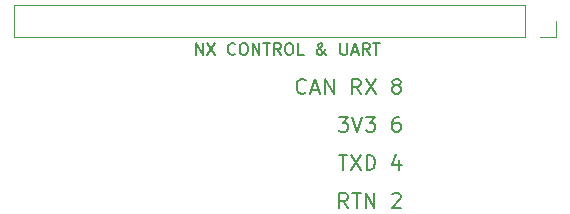
<source format=gbr>
%TF.GenerationSoftware,KiCad,Pcbnew,8.0.4-8.0.4-0~ubuntu22.04.1*%
%TF.CreationDate,2024-08-16T20:42:53-07:00*%
%TF.ProjectId,NX-ButtonInterface,4e582d42-7574-4746-9f6e-496e74657266,1*%
%TF.SameCoordinates,Original*%
%TF.FileFunction,Legend,Top*%
%TF.FilePolarity,Positive*%
%FSLAX46Y46*%
G04 Gerber Fmt 4.6, Leading zero omitted, Abs format (unit mm)*
G04 Created by KiCad (PCBNEW 8.0.4-8.0.4-0~ubuntu22.04.1) date 2024-08-16 20:42:53*
%MOMM*%
%LPD*%
G01*
G04 APERTURE LIST*
%ADD10C,0.177800*%
%ADD11C,0.150000*%
%ADD12C,0.120000*%
G04 APERTURE END LIST*
D10*
X112880877Y-104294946D02*
X113606591Y-104294946D01*
X113243734Y-105564946D02*
X113243734Y-104294946D01*
X113908972Y-104294946D02*
X114755639Y-105564946D01*
X114755639Y-104294946D02*
X113908972Y-105564946D01*
X115239448Y-105564946D02*
X115239448Y-104294946D01*
X115239448Y-104294946D02*
X115541829Y-104294946D01*
X115541829Y-104294946D02*
X115723258Y-104355422D01*
X115723258Y-104355422D02*
X115844210Y-104476374D01*
X115844210Y-104476374D02*
X115904687Y-104597327D01*
X115904687Y-104597327D02*
X115965163Y-104839231D01*
X115965163Y-104839231D02*
X115965163Y-105020660D01*
X115965163Y-105020660D02*
X115904687Y-105262565D01*
X115904687Y-105262565D02*
X115844210Y-105383517D01*
X115844210Y-105383517D02*
X115723258Y-105504470D01*
X115723258Y-105504470D02*
X115541829Y-105564946D01*
X115541829Y-105564946D02*
X115239448Y-105564946D01*
X118021353Y-104718279D02*
X118021353Y-105564946D01*
X117718972Y-104234470D02*
X117416591Y-105141612D01*
X117416591Y-105141612D02*
X118202782Y-105141612D01*
X110098973Y-99009327D02*
X110038497Y-99069804D01*
X110038497Y-99069804D02*
X109857068Y-99130280D01*
X109857068Y-99130280D02*
X109736116Y-99130280D01*
X109736116Y-99130280D02*
X109554687Y-99069804D01*
X109554687Y-99069804D02*
X109433735Y-98948851D01*
X109433735Y-98948851D02*
X109373258Y-98827899D01*
X109373258Y-98827899D02*
X109312782Y-98585994D01*
X109312782Y-98585994D02*
X109312782Y-98404565D01*
X109312782Y-98404565D02*
X109373258Y-98162661D01*
X109373258Y-98162661D02*
X109433735Y-98041708D01*
X109433735Y-98041708D02*
X109554687Y-97920756D01*
X109554687Y-97920756D02*
X109736116Y-97860280D01*
X109736116Y-97860280D02*
X109857068Y-97860280D01*
X109857068Y-97860280D02*
X110038497Y-97920756D01*
X110038497Y-97920756D02*
X110098973Y-97981232D01*
X110582782Y-98767423D02*
X111187544Y-98767423D01*
X110461830Y-99130280D02*
X110885163Y-97860280D01*
X110885163Y-97860280D02*
X111308497Y-99130280D01*
X111731829Y-99130280D02*
X111731829Y-97860280D01*
X111731829Y-97860280D02*
X112457544Y-99130280D01*
X112457544Y-99130280D02*
X112457544Y-97860280D01*
X114755639Y-99130280D02*
X114332305Y-98525518D01*
X114029924Y-99130280D02*
X114029924Y-97860280D01*
X114029924Y-97860280D02*
X114513734Y-97860280D01*
X114513734Y-97860280D02*
X114634686Y-97920756D01*
X114634686Y-97920756D02*
X114695163Y-97981232D01*
X114695163Y-97981232D02*
X114755639Y-98102184D01*
X114755639Y-98102184D02*
X114755639Y-98283613D01*
X114755639Y-98283613D02*
X114695163Y-98404565D01*
X114695163Y-98404565D02*
X114634686Y-98465042D01*
X114634686Y-98465042D02*
X114513734Y-98525518D01*
X114513734Y-98525518D02*
X114029924Y-98525518D01*
X115178972Y-97860280D02*
X116025639Y-99130280D01*
X116025639Y-97860280D02*
X115178972Y-99130280D01*
X117658496Y-98404565D02*
X117537544Y-98344089D01*
X117537544Y-98344089D02*
X117477067Y-98283613D01*
X117477067Y-98283613D02*
X117416591Y-98162661D01*
X117416591Y-98162661D02*
X117416591Y-98102184D01*
X117416591Y-98102184D02*
X117477067Y-97981232D01*
X117477067Y-97981232D02*
X117537544Y-97920756D01*
X117537544Y-97920756D02*
X117658496Y-97860280D01*
X117658496Y-97860280D02*
X117900401Y-97860280D01*
X117900401Y-97860280D02*
X118021353Y-97920756D01*
X118021353Y-97920756D02*
X118081829Y-97981232D01*
X118081829Y-97981232D02*
X118142306Y-98102184D01*
X118142306Y-98102184D02*
X118142306Y-98162661D01*
X118142306Y-98162661D02*
X118081829Y-98283613D01*
X118081829Y-98283613D02*
X118021353Y-98344089D01*
X118021353Y-98344089D02*
X117900401Y-98404565D01*
X117900401Y-98404565D02*
X117658496Y-98404565D01*
X117658496Y-98404565D02*
X117537544Y-98465042D01*
X117537544Y-98465042D02*
X117477067Y-98525518D01*
X117477067Y-98525518D02*
X117416591Y-98646470D01*
X117416591Y-98646470D02*
X117416591Y-98888375D01*
X117416591Y-98888375D02*
X117477067Y-99009327D01*
X117477067Y-99009327D02*
X117537544Y-99069804D01*
X117537544Y-99069804D02*
X117658496Y-99130280D01*
X117658496Y-99130280D02*
X117900401Y-99130280D01*
X117900401Y-99130280D02*
X118021353Y-99069804D01*
X118021353Y-99069804D02*
X118081829Y-99009327D01*
X118081829Y-99009327D02*
X118142306Y-98888375D01*
X118142306Y-98888375D02*
X118142306Y-98646470D01*
X118142306Y-98646470D02*
X118081829Y-98525518D01*
X118081829Y-98525518D02*
X118021353Y-98465042D01*
X118021353Y-98465042D02*
X117900401Y-98404565D01*
X113667068Y-108782280D02*
X113243734Y-108177518D01*
X112941353Y-108782280D02*
X112941353Y-107512280D01*
X112941353Y-107512280D02*
X113425163Y-107512280D01*
X113425163Y-107512280D02*
X113546115Y-107572756D01*
X113546115Y-107572756D02*
X113606592Y-107633232D01*
X113606592Y-107633232D02*
X113667068Y-107754184D01*
X113667068Y-107754184D02*
X113667068Y-107935613D01*
X113667068Y-107935613D02*
X113606592Y-108056565D01*
X113606592Y-108056565D02*
X113546115Y-108117042D01*
X113546115Y-108117042D02*
X113425163Y-108177518D01*
X113425163Y-108177518D02*
X112941353Y-108177518D01*
X114029925Y-107512280D02*
X114755639Y-107512280D01*
X114392782Y-108782280D02*
X114392782Y-107512280D01*
X115178972Y-108782280D02*
X115178972Y-107512280D01*
X115178972Y-107512280D02*
X115904687Y-108782280D01*
X115904687Y-108782280D02*
X115904687Y-107512280D01*
X117416591Y-107633232D02*
X117477067Y-107572756D01*
X117477067Y-107572756D02*
X117598020Y-107512280D01*
X117598020Y-107512280D02*
X117900401Y-107512280D01*
X117900401Y-107512280D02*
X118021353Y-107572756D01*
X118021353Y-107572756D02*
X118081829Y-107633232D01*
X118081829Y-107633232D02*
X118142306Y-107754184D01*
X118142306Y-107754184D02*
X118142306Y-107875137D01*
X118142306Y-107875137D02*
X118081829Y-108056565D01*
X118081829Y-108056565D02*
X117356115Y-108782280D01*
X117356115Y-108782280D02*
X118142306Y-108782280D01*
X112880877Y-101077613D02*
X113667068Y-101077613D01*
X113667068Y-101077613D02*
X113243734Y-101561422D01*
X113243734Y-101561422D02*
X113425163Y-101561422D01*
X113425163Y-101561422D02*
X113546115Y-101621898D01*
X113546115Y-101621898D02*
X113606591Y-101682375D01*
X113606591Y-101682375D02*
X113667068Y-101803327D01*
X113667068Y-101803327D02*
X113667068Y-102105708D01*
X113667068Y-102105708D02*
X113606591Y-102226660D01*
X113606591Y-102226660D02*
X113546115Y-102287137D01*
X113546115Y-102287137D02*
X113425163Y-102347613D01*
X113425163Y-102347613D02*
X113062306Y-102347613D01*
X113062306Y-102347613D02*
X112941353Y-102287137D01*
X112941353Y-102287137D02*
X112880877Y-102226660D01*
X114029925Y-101077613D02*
X114453258Y-102347613D01*
X114453258Y-102347613D02*
X114876592Y-101077613D01*
X115178972Y-101077613D02*
X115965163Y-101077613D01*
X115965163Y-101077613D02*
X115541829Y-101561422D01*
X115541829Y-101561422D02*
X115723258Y-101561422D01*
X115723258Y-101561422D02*
X115844210Y-101621898D01*
X115844210Y-101621898D02*
X115904686Y-101682375D01*
X115904686Y-101682375D02*
X115965163Y-101803327D01*
X115965163Y-101803327D02*
X115965163Y-102105708D01*
X115965163Y-102105708D02*
X115904686Y-102226660D01*
X115904686Y-102226660D02*
X115844210Y-102287137D01*
X115844210Y-102287137D02*
X115723258Y-102347613D01*
X115723258Y-102347613D02*
X115360401Y-102347613D01*
X115360401Y-102347613D02*
X115239448Y-102287137D01*
X115239448Y-102287137D02*
X115178972Y-102226660D01*
X118021353Y-101077613D02*
X117779448Y-101077613D01*
X117779448Y-101077613D02*
X117658496Y-101138089D01*
X117658496Y-101138089D02*
X117598020Y-101198565D01*
X117598020Y-101198565D02*
X117477067Y-101379994D01*
X117477067Y-101379994D02*
X117416591Y-101621898D01*
X117416591Y-101621898D02*
X117416591Y-102105708D01*
X117416591Y-102105708D02*
X117477067Y-102226660D01*
X117477067Y-102226660D02*
X117537544Y-102287137D01*
X117537544Y-102287137D02*
X117658496Y-102347613D01*
X117658496Y-102347613D02*
X117900401Y-102347613D01*
X117900401Y-102347613D02*
X118021353Y-102287137D01*
X118021353Y-102287137D02*
X118081829Y-102226660D01*
X118081829Y-102226660D02*
X118142306Y-102105708D01*
X118142306Y-102105708D02*
X118142306Y-101803327D01*
X118142306Y-101803327D02*
X118081829Y-101682375D01*
X118081829Y-101682375D02*
X118021353Y-101621898D01*
X118021353Y-101621898D02*
X117900401Y-101561422D01*
X117900401Y-101561422D02*
X117658496Y-101561422D01*
X117658496Y-101561422D02*
X117537544Y-101621898D01*
X117537544Y-101621898D02*
X117477067Y-101682375D01*
X117477067Y-101682375D02*
X117416591Y-101803327D01*
D11*
X100785714Y-95831819D02*
X100785714Y-94831819D01*
X100785714Y-94831819D02*
X101357142Y-95831819D01*
X101357142Y-95831819D02*
X101357142Y-94831819D01*
X101738095Y-94831819D02*
X102404761Y-95831819D01*
X102404761Y-94831819D02*
X101738095Y-95831819D01*
X104119047Y-95736580D02*
X104071428Y-95784200D01*
X104071428Y-95784200D02*
X103928571Y-95831819D01*
X103928571Y-95831819D02*
X103833333Y-95831819D01*
X103833333Y-95831819D02*
X103690476Y-95784200D01*
X103690476Y-95784200D02*
X103595238Y-95688961D01*
X103595238Y-95688961D02*
X103547619Y-95593723D01*
X103547619Y-95593723D02*
X103500000Y-95403247D01*
X103500000Y-95403247D02*
X103500000Y-95260390D01*
X103500000Y-95260390D02*
X103547619Y-95069914D01*
X103547619Y-95069914D02*
X103595238Y-94974676D01*
X103595238Y-94974676D02*
X103690476Y-94879438D01*
X103690476Y-94879438D02*
X103833333Y-94831819D01*
X103833333Y-94831819D02*
X103928571Y-94831819D01*
X103928571Y-94831819D02*
X104071428Y-94879438D01*
X104071428Y-94879438D02*
X104119047Y-94927057D01*
X104738095Y-94831819D02*
X104928571Y-94831819D01*
X104928571Y-94831819D02*
X105023809Y-94879438D01*
X105023809Y-94879438D02*
X105119047Y-94974676D01*
X105119047Y-94974676D02*
X105166666Y-95165152D01*
X105166666Y-95165152D02*
X105166666Y-95498485D01*
X105166666Y-95498485D02*
X105119047Y-95688961D01*
X105119047Y-95688961D02*
X105023809Y-95784200D01*
X105023809Y-95784200D02*
X104928571Y-95831819D01*
X104928571Y-95831819D02*
X104738095Y-95831819D01*
X104738095Y-95831819D02*
X104642857Y-95784200D01*
X104642857Y-95784200D02*
X104547619Y-95688961D01*
X104547619Y-95688961D02*
X104500000Y-95498485D01*
X104500000Y-95498485D02*
X104500000Y-95165152D01*
X104500000Y-95165152D02*
X104547619Y-94974676D01*
X104547619Y-94974676D02*
X104642857Y-94879438D01*
X104642857Y-94879438D02*
X104738095Y-94831819D01*
X105595238Y-95831819D02*
X105595238Y-94831819D01*
X105595238Y-94831819D02*
X106166666Y-95831819D01*
X106166666Y-95831819D02*
X106166666Y-94831819D01*
X106500000Y-94831819D02*
X107071428Y-94831819D01*
X106785714Y-95831819D02*
X106785714Y-94831819D01*
X107976190Y-95831819D02*
X107642857Y-95355628D01*
X107404762Y-95831819D02*
X107404762Y-94831819D01*
X107404762Y-94831819D02*
X107785714Y-94831819D01*
X107785714Y-94831819D02*
X107880952Y-94879438D01*
X107880952Y-94879438D02*
X107928571Y-94927057D01*
X107928571Y-94927057D02*
X107976190Y-95022295D01*
X107976190Y-95022295D02*
X107976190Y-95165152D01*
X107976190Y-95165152D02*
X107928571Y-95260390D01*
X107928571Y-95260390D02*
X107880952Y-95308009D01*
X107880952Y-95308009D02*
X107785714Y-95355628D01*
X107785714Y-95355628D02*
X107404762Y-95355628D01*
X108595238Y-94831819D02*
X108785714Y-94831819D01*
X108785714Y-94831819D02*
X108880952Y-94879438D01*
X108880952Y-94879438D02*
X108976190Y-94974676D01*
X108976190Y-94974676D02*
X109023809Y-95165152D01*
X109023809Y-95165152D02*
X109023809Y-95498485D01*
X109023809Y-95498485D02*
X108976190Y-95688961D01*
X108976190Y-95688961D02*
X108880952Y-95784200D01*
X108880952Y-95784200D02*
X108785714Y-95831819D01*
X108785714Y-95831819D02*
X108595238Y-95831819D01*
X108595238Y-95831819D02*
X108500000Y-95784200D01*
X108500000Y-95784200D02*
X108404762Y-95688961D01*
X108404762Y-95688961D02*
X108357143Y-95498485D01*
X108357143Y-95498485D02*
X108357143Y-95165152D01*
X108357143Y-95165152D02*
X108404762Y-94974676D01*
X108404762Y-94974676D02*
X108500000Y-94879438D01*
X108500000Y-94879438D02*
X108595238Y-94831819D01*
X109928571Y-95831819D02*
X109452381Y-95831819D01*
X109452381Y-95831819D02*
X109452381Y-94831819D01*
X111833334Y-95831819D02*
X111785715Y-95831819D01*
X111785715Y-95831819D02*
X111690476Y-95784200D01*
X111690476Y-95784200D02*
X111547619Y-95641342D01*
X111547619Y-95641342D02*
X111309524Y-95355628D01*
X111309524Y-95355628D02*
X111214286Y-95212771D01*
X111214286Y-95212771D02*
X111166667Y-95069914D01*
X111166667Y-95069914D02*
X111166667Y-94974676D01*
X111166667Y-94974676D02*
X111214286Y-94879438D01*
X111214286Y-94879438D02*
X111309524Y-94831819D01*
X111309524Y-94831819D02*
X111357143Y-94831819D01*
X111357143Y-94831819D02*
X111452381Y-94879438D01*
X111452381Y-94879438D02*
X111500000Y-94974676D01*
X111500000Y-94974676D02*
X111500000Y-95022295D01*
X111500000Y-95022295D02*
X111452381Y-95117533D01*
X111452381Y-95117533D02*
X111404762Y-95165152D01*
X111404762Y-95165152D02*
X111119048Y-95355628D01*
X111119048Y-95355628D02*
X111071429Y-95403247D01*
X111071429Y-95403247D02*
X111023810Y-95498485D01*
X111023810Y-95498485D02*
X111023810Y-95641342D01*
X111023810Y-95641342D02*
X111071429Y-95736580D01*
X111071429Y-95736580D02*
X111119048Y-95784200D01*
X111119048Y-95784200D02*
X111214286Y-95831819D01*
X111214286Y-95831819D02*
X111357143Y-95831819D01*
X111357143Y-95831819D02*
X111452381Y-95784200D01*
X111452381Y-95784200D02*
X111500000Y-95736580D01*
X111500000Y-95736580D02*
X111642857Y-95546104D01*
X111642857Y-95546104D02*
X111690476Y-95403247D01*
X111690476Y-95403247D02*
X111690476Y-95308009D01*
X113023810Y-94831819D02*
X113023810Y-95641342D01*
X113023810Y-95641342D02*
X113071429Y-95736580D01*
X113071429Y-95736580D02*
X113119048Y-95784200D01*
X113119048Y-95784200D02*
X113214286Y-95831819D01*
X113214286Y-95831819D02*
X113404762Y-95831819D01*
X113404762Y-95831819D02*
X113500000Y-95784200D01*
X113500000Y-95784200D02*
X113547619Y-95736580D01*
X113547619Y-95736580D02*
X113595238Y-95641342D01*
X113595238Y-95641342D02*
X113595238Y-94831819D01*
X114023810Y-95546104D02*
X114500000Y-95546104D01*
X113928572Y-95831819D02*
X114261905Y-94831819D01*
X114261905Y-94831819D02*
X114595238Y-95831819D01*
X115500000Y-95831819D02*
X115166667Y-95355628D01*
X114928572Y-95831819D02*
X114928572Y-94831819D01*
X114928572Y-94831819D02*
X115309524Y-94831819D01*
X115309524Y-94831819D02*
X115404762Y-94879438D01*
X115404762Y-94879438D02*
X115452381Y-94927057D01*
X115452381Y-94927057D02*
X115500000Y-95022295D01*
X115500000Y-95022295D02*
X115500000Y-95165152D01*
X115500000Y-95165152D02*
X115452381Y-95260390D01*
X115452381Y-95260390D02*
X115404762Y-95308009D01*
X115404762Y-95308009D02*
X115309524Y-95355628D01*
X115309524Y-95355628D02*
X114928572Y-95355628D01*
X115785715Y-94831819D02*
X116357143Y-94831819D01*
X116071429Y-95831819D02*
X116071429Y-94831819D01*
D12*
%TO.C,J1*%
X85411000Y-91634000D02*
X85411000Y-94294000D01*
X128651000Y-91634000D02*
X85411000Y-91634000D01*
X128651000Y-91634000D02*
X128651000Y-94294000D01*
X128651000Y-94294000D02*
X85411000Y-94294000D01*
X131251000Y-92964000D02*
X131251000Y-94294000D01*
X131251000Y-94294000D02*
X129921000Y-94294000D01*
%TD*%
M02*

</source>
